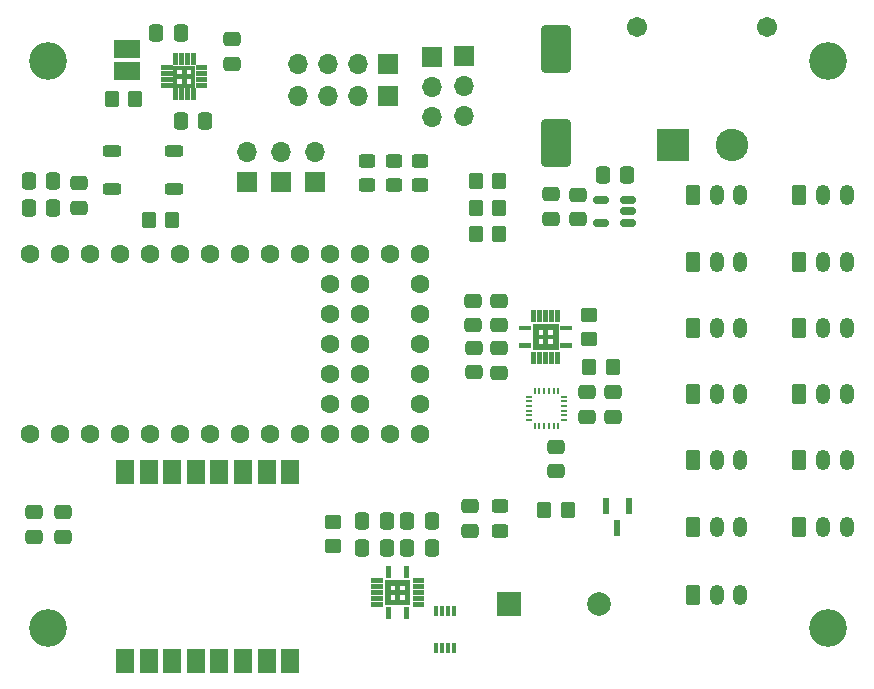
<source format=gbr>
%TF.GenerationSoftware,KiCad,Pcbnew,8.0.8*%
%TF.CreationDate,2025-01-26T21:38:22+07:00*%
%TF.ProjectId,Teensy4.0,5465656e-7379-4342-9e30-2e6b69636164,rev?*%
%TF.SameCoordinates,Original*%
%TF.FileFunction,Soldermask,Top*%
%TF.FilePolarity,Negative*%
%FSLAX46Y46*%
G04 Gerber Fmt 4.6, Leading zero omitted, Abs format (unit mm)*
G04 Created by KiCad (PCBNEW 8.0.8) date 2025-01-26 21:38:22*
%MOMM*%
%LPD*%
G01*
G04 APERTURE LIST*
G04 Aperture macros list*
%AMRoundRect*
0 Rectangle with rounded corners*
0 $1 Rounding radius*
0 $2 $3 $4 $5 $6 $7 $8 $9 X,Y pos of 4 corners*
0 Add a 4 corners polygon primitive as box body*
4,1,4,$2,$3,$4,$5,$6,$7,$8,$9,$2,$3,0*
0 Add four circle primitives for the rounded corners*
1,1,$1+$1,$2,$3*
1,1,$1+$1,$4,$5*
1,1,$1+$1,$6,$7*
1,1,$1+$1,$8,$9*
0 Add four rect primitives between the rounded corners*
20,1,$1+$1,$2,$3,$4,$5,0*
20,1,$1+$1,$4,$5,$6,$7,0*
20,1,$1+$1,$6,$7,$8,$9,0*
20,1,$1+$1,$8,$9,$2,$3,0*%
G04 Aperture macros list end*
%ADD10C,0.000000*%
%ADD11C,1.600000*%
%ADD12R,0.300000X0.850000*%
%ADD13RoundRect,0.250000X-0.350000X-0.625000X0.350000X-0.625000X0.350000X0.625000X-0.350000X0.625000X0*%
%ADD14O,1.200000X1.750000*%
%ADD15R,2.000000X2.000000*%
%ADD16C,2.000000*%
%ADD17C,3.200000*%
%ADD18RoundRect,0.250000X0.475000X-0.337500X0.475000X0.337500X-0.475000X0.337500X-0.475000X-0.337500X0*%
%ADD19R,1.700000X1.700000*%
%ADD20O,1.700000X1.700000*%
%ADD21RoundRect,0.250000X-0.475000X0.337500X-0.475000X-0.337500X0.475000X-0.337500X0.475000X0.337500X0*%
%ADD22RoundRect,0.250000X0.350000X0.450000X-0.350000X0.450000X-0.350000X-0.450000X0.350000X-0.450000X0*%
%ADD23RoundRect,0.250000X0.450000X-0.325000X0.450000X0.325000X-0.450000X0.325000X-0.450000X-0.325000X0*%
%ADD24RoundRect,0.250000X-0.350000X-0.450000X0.350000X-0.450000X0.350000X0.450000X-0.350000X0.450000X0*%
%ADD25RoundRect,0.250000X-0.337500X-0.475000X0.337500X-0.475000X0.337500X0.475000X-0.337500X0.475000X0*%
%ADD26RoundRect,0.250000X0.337500X0.475000X-0.337500X0.475000X-0.337500X-0.475000X0.337500X-0.475000X0*%
%ADD27RoundRect,0.050000X-0.225000X-0.050000X0.225000X-0.050000X0.225000X0.050000X-0.225000X0.050000X0*%
%ADD28RoundRect,0.050000X0.050000X-0.225000X0.050000X0.225000X-0.050000X0.225000X-0.050000X-0.225000X0*%
%ADD29RoundRect,0.250000X1.000000X-1.750000X1.000000X1.750000X-1.000000X1.750000X-1.000000X-1.750000X0*%
%ADD30R,0.280000X0.850000*%
%ADD31R,0.850000X0.280000*%
%ADD32RoundRect,0.250000X0.450000X-0.350000X0.450000X0.350000X-0.450000X0.350000X-0.450000X-0.350000X0*%
%ADD33R,1.500000X2.000000*%
%ADD34R,2.260600X1.498600*%
%ADD35RoundRect,0.250000X-0.450000X0.350000X-0.450000X-0.350000X0.450000X-0.350000X0.450000X0.350000X0*%
%ADD36RoundRect,0.250000X0.525000X0.250000X-0.525000X0.250000X-0.525000X-0.250000X0.525000X-0.250000X0*%
%ADD37RoundRect,0.150000X0.512500X0.150000X-0.512500X0.150000X-0.512500X-0.150000X0.512500X-0.150000X0*%
%ADD38C,2.754000*%
%ADD39RoundRect,0.102000X-1.275000X-1.275000X1.275000X-1.275000X1.275000X1.275000X-1.275000X1.275000X0*%
%ADD40C,1.712000*%
%ADD41R,0.558800X1.422400*%
G04 APERTURE END LIST*
D10*
%TO.C,U3*%
G36*
X137313443Y-118240953D02*
G01*
X136323556Y-118240953D01*
X136323556Y-117821046D01*
X137313443Y-117821046D01*
X137313443Y-118240953D01*
G37*
G36*
X137313443Y-118740955D02*
G01*
X136323556Y-118740955D01*
X136323556Y-118321047D01*
X137313443Y-118321047D01*
X137313443Y-118740955D01*
G37*
G36*
X137313443Y-119240954D02*
G01*
X136323556Y-119240954D01*
X136323556Y-118821046D01*
X137313443Y-118821046D01*
X137313443Y-119240954D01*
G37*
G36*
X137313443Y-119740953D02*
G01*
X136323556Y-119740953D01*
X136323556Y-119321045D01*
X137313443Y-119321045D01*
X137313443Y-119740953D01*
G37*
G36*
X137313443Y-120240954D02*
G01*
X136323556Y-120240954D01*
X136323556Y-119821047D01*
X137313443Y-119821047D01*
X137313443Y-120240954D01*
G37*
G36*
X137993799Y-120119500D02*
G01*
X137498999Y-120119500D01*
X137498999Y-117942500D01*
X137993799Y-117942500D01*
X137993799Y-120119500D01*
G37*
G36*
X139675999Y-118437300D02*
G01*
X137498999Y-118437300D01*
X137498999Y-117942500D01*
X139675999Y-117942500D01*
X139675999Y-118437300D01*
G37*
G36*
X139675999Y-119224700D02*
G01*
X137498999Y-119224700D01*
X137498999Y-118837300D01*
X139675999Y-118837300D01*
X139675999Y-119224700D01*
G37*
G36*
X139675999Y-120119500D02*
G01*
X137498999Y-120119500D01*
X137498999Y-119624700D01*
X139675999Y-119624700D01*
X139675999Y-120119500D01*
G37*
G36*
X138047452Y-117794942D02*
G01*
X137627544Y-117794942D01*
X137627544Y-116805058D01*
X138047452Y-116805058D01*
X138047452Y-117794942D01*
G37*
G36*
X138047452Y-121256942D02*
G01*
X137627544Y-121256942D01*
X137627544Y-120267058D01*
X138047452Y-120267058D01*
X138047452Y-121256942D01*
G37*
G36*
X138781199Y-120119500D02*
G01*
X138393799Y-120119500D01*
X138393799Y-117942500D01*
X138781199Y-117942500D01*
X138781199Y-120119500D01*
G37*
G36*
X139547454Y-117794942D02*
G01*
X139127546Y-117794942D01*
X139127546Y-116805058D01*
X139547454Y-116805058D01*
X139547454Y-117794942D01*
G37*
G36*
X139547454Y-121256942D02*
G01*
X139127546Y-121256942D01*
X139127546Y-120267058D01*
X139547454Y-120267058D01*
X139547454Y-121256942D01*
G37*
G36*
X139675999Y-120119500D02*
G01*
X139181199Y-120119500D01*
X139181199Y-117942500D01*
X139675999Y-117942500D01*
X139675999Y-120119500D01*
G37*
G36*
X140851442Y-118240953D02*
G01*
X139861555Y-118240953D01*
X139861555Y-117821046D01*
X140851442Y-117821046D01*
X140851442Y-118240953D01*
G37*
G36*
X140851442Y-118740955D02*
G01*
X139861555Y-118740955D01*
X139861555Y-118321047D01*
X140851442Y-118321047D01*
X140851442Y-118740955D01*
G37*
G36*
X140851442Y-119240954D02*
G01*
X139861555Y-119240954D01*
X139861555Y-118821046D01*
X140851442Y-118821046D01*
X140851442Y-119240954D01*
G37*
G36*
X140851442Y-119740953D02*
G01*
X139861555Y-119740953D01*
X139861555Y-119321045D01*
X140851442Y-119321045D01*
X140851442Y-119740953D01*
G37*
G36*
X140851442Y-120240954D02*
G01*
X139861555Y-120240954D01*
X139861555Y-119821047D01*
X140851442Y-119821047D01*
X140851442Y-120240954D01*
G37*
%TO.C,U7*%
G36*
X149894942Y-96834952D02*
G01*
X148905058Y-96834952D01*
X148905058Y-96415044D01*
X149894942Y-96415044D01*
X149894942Y-96834952D01*
G37*
G36*
X149894942Y-98334954D02*
G01*
X148905058Y-98334954D01*
X148905058Y-97915046D01*
X149894942Y-97915046D01*
X149894942Y-98334954D01*
G37*
G36*
X150340953Y-96100943D02*
G01*
X149921046Y-96100943D01*
X149921046Y-95111056D01*
X150340953Y-95111056D01*
X150340953Y-96100943D01*
G37*
G36*
X150340953Y-99638942D02*
G01*
X149921046Y-99638942D01*
X149921046Y-98649055D01*
X150340953Y-98649055D01*
X150340953Y-99638942D01*
G37*
G36*
X152219500Y-96781299D02*
G01*
X150042500Y-96781299D01*
X150042500Y-96286499D01*
X152219500Y-96286499D01*
X152219500Y-96781299D01*
G37*
G36*
X152219500Y-97568699D02*
G01*
X150042500Y-97568699D01*
X150042500Y-97181299D01*
X152219500Y-97181299D01*
X152219500Y-97568699D01*
G37*
G36*
X150537300Y-98463499D02*
G01*
X150042500Y-98463499D01*
X150042500Y-96286499D01*
X150537300Y-96286499D01*
X150537300Y-98463499D01*
G37*
G36*
X152219500Y-98463499D02*
G01*
X150042500Y-98463499D01*
X150042500Y-97968699D01*
X152219500Y-97968699D01*
X152219500Y-98463499D01*
G37*
G36*
X150840955Y-96100943D02*
G01*
X150421047Y-96100943D01*
X150421047Y-95111056D01*
X150840955Y-95111056D01*
X150840955Y-96100943D01*
G37*
G36*
X150840955Y-99638942D02*
G01*
X150421047Y-99638942D01*
X150421047Y-98649055D01*
X150840955Y-98649055D01*
X150840955Y-99638942D01*
G37*
G36*
X151340954Y-96100943D02*
G01*
X150921046Y-96100943D01*
X150921046Y-95111056D01*
X151340954Y-95111056D01*
X151340954Y-96100943D01*
G37*
G36*
X151340954Y-99638942D02*
G01*
X150921046Y-99638942D01*
X150921046Y-98649055D01*
X151340954Y-98649055D01*
X151340954Y-99638942D01*
G37*
G36*
X151324700Y-98463499D02*
G01*
X150937300Y-98463499D01*
X150937300Y-96286499D01*
X151324700Y-96286499D01*
X151324700Y-98463499D01*
G37*
G36*
X151840953Y-96100943D02*
G01*
X151421045Y-96100943D01*
X151421045Y-95111056D01*
X151840953Y-95111056D01*
X151840953Y-96100943D01*
G37*
G36*
X151840953Y-99638942D02*
G01*
X151421045Y-99638942D01*
X151421045Y-98649055D01*
X151840953Y-98649055D01*
X151840953Y-99638942D01*
G37*
G36*
X152219500Y-98463499D02*
G01*
X151724700Y-98463499D01*
X151724700Y-96286499D01*
X152219500Y-96286499D01*
X152219500Y-98463499D01*
G37*
G36*
X152340954Y-96100943D02*
G01*
X151921047Y-96100943D01*
X151921047Y-95111056D01*
X152340954Y-95111056D01*
X152340954Y-96100943D01*
G37*
G36*
X152340954Y-99638942D02*
G01*
X151921047Y-99638942D01*
X151921047Y-98649055D01*
X152340954Y-98649055D01*
X152340954Y-99638942D01*
G37*
G36*
X153356942Y-96834952D02*
G01*
X152367058Y-96834952D01*
X152367058Y-96415044D01*
X153356942Y-96415044D01*
X153356942Y-96834952D01*
G37*
G36*
X153356942Y-98334954D02*
G01*
X152367058Y-98334954D01*
X152367058Y-97915046D01*
X153356942Y-97915046D01*
X153356942Y-98334954D01*
G37*
%TO.C,U4*%
G36*
X119543377Y-74809598D02*
G01*
X118554186Y-74809598D01*
X118554186Y-74390404D01*
X119543377Y-74390404D01*
X119543377Y-74809598D01*
G37*
G36*
X119543377Y-75309597D02*
G01*
X118554186Y-75309597D01*
X118554186Y-74890406D01*
X119543377Y-74890406D01*
X119543377Y-75309597D01*
G37*
G36*
X119543377Y-75809596D02*
G01*
X118554186Y-75809596D01*
X118554186Y-75390405D01*
X119543377Y-75390405D01*
X119543377Y-75809596D01*
G37*
G36*
X119543377Y-76309598D02*
G01*
X118554186Y-76309598D01*
X118554186Y-75890404D01*
X119543377Y-75890404D01*
X119543377Y-76309598D01*
G37*
G36*
X119983188Y-74369597D02*
G01*
X119563996Y-74369597D01*
X119563996Y-73380406D01*
X119983188Y-73380406D01*
X119983188Y-74369597D01*
G37*
G36*
X119983188Y-77319596D02*
G01*
X119563996Y-77319596D01*
X119563996Y-76330405D01*
X119983188Y-76330405D01*
X119983188Y-77319596D01*
G37*
G36*
X119930081Y-76263501D02*
G01*
X119610281Y-76263501D01*
X119610281Y-74436501D01*
X119930081Y-74436501D01*
X119930081Y-76263501D01*
G37*
G36*
X121437281Y-74756301D02*
G01*
X119610281Y-74756301D01*
X119610281Y-74436501D01*
X121437281Y-74436501D01*
X121437281Y-74756301D01*
G37*
G36*
X121437281Y-75543701D02*
G01*
X119610281Y-75543701D01*
X119610281Y-75156301D01*
X121437281Y-75156301D01*
X121437281Y-75543701D01*
G37*
G36*
X121437281Y-76263501D02*
G01*
X119610281Y-76263501D01*
X119610281Y-75943701D01*
X121437281Y-75943701D01*
X121437281Y-76263501D01*
G37*
G36*
X120483314Y-74369597D02*
G01*
X120064122Y-74369597D01*
X120064122Y-73380406D01*
X120483314Y-73380406D01*
X120483314Y-74369597D01*
G37*
G36*
X120483314Y-77319596D02*
G01*
X120064122Y-77319596D01*
X120064122Y-76330405D01*
X120483314Y-76330405D01*
X120483314Y-77319596D01*
G37*
G36*
X120983440Y-74369597D02*
G01*
X120564248Y-74369597D01*
X120564248Y-73380406D01*
X120983440Y-73380406D01*
X120983440Y-74369597D01*
G37*
G36*
X120983440Y-77319596D02*
G01*
X120564248Y-77319596D01*
X120564248Y-76330405D01*
X120983440Y-76330405D01*
X120983440Y-77319596D01*
G37*
G36*
X120717481Y-76263501D02*
G01*
X120330081Y-76263501D01*
X120330081Y-74436501D01*
X120717481Y-74436501D01*
X120717481Y-76263501D01*
G37*
G36*
X121483566Y-74369597D02*
G01*
X121064374Y-74369597D01*
X121064374Y-73380406D01*
X121483566Y-73380406D01*
X121483566Y-74369597D01*
G37*
G36*
X121483566Y-77319596D02*
G01*
X121064374Y-77319596D01*
X121064374Y-76330405D01*
X121483566Y-76330405D01*
X121483566Y-77319596D01*
G37*
G36*
X121437281Y-76263501D02*
G01*
X121117481Y-76263501D01*
X121117481Y-74436501D01*
X121437281Y-74436501D01*
X121437281Y-76263501D01*
G37*
G36*
X122493376Y-74809598D02*
G01*
X121504185Y-74809598D01*
X121504185Y-74390404D01*
X122493376Y-74390404D01*
X122493376Y-74809598D01*
G37*
G36*
X122493376Y-75309597D02*
G01*
X121504185Y-75309597D01*
X121504185Y-74890406D01*
X122493376Y-74890406D01*
X122493376Y-75309597D01*
G37*
G36*
X122493376Y-75809596D02*
G01*
X121504185Y-75809596D01*
X121504185Y-75390405D01*
X122493376Y-75390405D01*
X122493376Y-75809596D01*
G37*
G36*
X122493376Y-76309598D02*
G01*
X121504185Y-76309598D01*
X121504185Y-75890404D01*
X122493376Y-75890404D01*
X122493376Y-76309598D01*
G37*
%TD*%
D11*
%TO.C,U1*%
X107490000Y-105620000D03*
X110030000Y-105620000D03*
X112570000Y-105620000D03*
X115110000Y-105620000D03*
X117650000Y-105620000D03*
X120190000Y-105620000D03*
X122730000Y-105620000D03*
X125270000Y-105620000D03*
X127810000Y-105620000D03*
X130350000Y-105620000D03*
X132890000Y-105620000D03*
X135430000Y-105620000D03*
X137970000Y-105620000D03*
X140510000Y-105620000D03*
X140510000Y-103080000D03*
X140510000Y-100540000D03*
X140510000Y-98000000D03*
X140510000Y-95460000D03*
X140510000Y-92920000D03*
X140510000Y-90380000D03*
X137970000Y-90380000D03*
X135430000Y-90380000D03*
X132890000Y-90380000D03*
X130350000Y-90380000D03*
X127810000Y-90380000D03*
X125270000Y-90380000D03*
X122730000Y-90380000D03*
X120190000Y-90380000D03*
X117650000Y-90380000D03*
X115110000Y-90380000D03*
X112570000Y-90380000D03*
X110030000Y-90380000D03*
X107490000Y-90380000D03*
X135430000Y-92920000D03*
X132890000Y-92920000D03*
X135430000Y-95460000D03*
X132890000Y-95460000D03*
X135430000Y-98000000D03*
X132890000Y-98000000D03*
X135430000Y-100540000D03*
X132890000Y-100540000D03*
X135430000Y-103080000D03*
X132890000Y-103080000D03*
%TD*%
D12*
%TO.C,IC2*%
X143350000Y-120550000D03*
X142850000Y-120550000D03*
X142350000Y-120550000D03*
X141850000Y-120550000D03*
X141850000Y-123700000D03*
X142350000Y-123700000D03*
X142850000Y-123700000D03*
X143350000Y-123700000D03*
%TD*%
D13*
%TO.C,servo1*%
X172600000Y-102250000D03*
D14*
X174600000Y-102250000D03*
X176600000Y-102250000D03*
%TD*%
D15*
%TO.C,BZ1*%
X148000000Y-120000000D03*
D16*
X155600000Y-120000000D03*
%TD*%
D17*
%TO.C,H2*%
X175000000Y-74000000D03*
%TD*%
D18*
%TO.C,C24*%
X145000000Y-96400000D03*
X145000000Y-94325000D03*
%TD*%
D19*
%TO.C,J1*%
X137790000Y-74250000D03*
D20*
X135250000Y-74250000D03*
X132710000Y-74250000D03*
X130170000Y-74250000D03*
%TD*%
D21*
%TO.C,C23*%
X147200000Y-94325000D03*
X147200000Y-96400000D03*
%TD*%
D22*
%TO.C,R11*%
X147200000Y-86450000D03*
X145200000Y-86450000D03*
%TD*%
D17*
%TO.C,H1*%
X109000000Y-74000000D03*
%TD*%
D23*
%TO.C,5V*%
X138250000Y-84525000D03*
X138250000Y-82475000D03*
%TD*%
D24*
%TO.C,R1*%
X114373718Y-77225002D03*
X116373718Y-77225002D03*
%TD*%
D22*
%TO.C,R2*%
X156800000Y-99925000D03*
X154800000Y-99925000D03*
%TD*%
D25*
%TO.C,C17*%
X139400000Y-115250000D03*
X141475000Y-115250000D03*
%TD*%
D13*
%TO.C,servo13*%
X172600000Y-96650000D03*
D14*
X174600000Y-96650000D03*
X176600000Y-96650000D03*
%TD*%
D26*
%TO.C,C2*%
X109437500Y-84200000D03*
X107362500Y-84200000D03*
%TD*%
D27*
%TO.C,U6*%
X149700000Y-102425000D03*
X149700000Y-102825000D03*
X149700000Y-103225000D03*
X149700000Y-103625000D03*
X149700000Y-104025000D03*
X149700000Y-104425000D03*
D28*
X150200000Y-104925000D03*
X150600000Y-104925000D03*
X151000000Y-104925000D03*
X151400000Y-104925000D03*
X151800000Y-104925000D03*
X152200000Y-104925000D03*
D27*
X152700000Y-104425000D03*
X152700000Y-104025000D03*
X152700000Y-103625000D03*
X152700000Y-103225000D03*
X152700000Y-102825000D03*
X152700000Y-102425000D03*
D28*
X152200000Y-101925000D03*
X151800000Y-101925000D03*
X151400000Y-101925000D03*
X151000000Y-101925000D03*
X150600000Y-101925000D03*
X150200000Y-101925000D03*
%TD*%
D22*
%TO.C,R13*%
X147200000Y-84200000D03*
X145200000Y-84200000D03*
%TD*%
D25*
%TO.C,C21*%
X135600000Y-115250000D03*
X137675000Y-115250000D03*
%TD*%
D18*
%TO.C,C18*%
X154610000Y-104137500D03*
X154610000Y-102062500D03*
%TD*%
%TO.C,C14*%
X111600000Y-86437500D03*
X111600000Y-84362500D03*
%TD*%
D29*
%TO.C,C13*%
X152000000Y-81000000D03*
X152000000Y-73000000D03*
%TD*%
D18*
%TO.C,C16*%
X145025000Y-100387500D03*
X145025000Y-98312500D03*
%TD*%
D30*
%TO.C,U3*%
X137837498Y-117300000D03*
D31*
X136818498Y-118030999D03*
X136818498Y-118531001D03*
X136818498Y-119031000D03*
X136818498Y-119530999D03*
X136818498Y-120031001D03*
D30*
X137837498Y-120762000D03*
X139337500Y-120762000D03*
D31*
X140356500Y-120031001D03*
X140356500Y-119530999D03*
X140356500Y-119031000D03*
X140356500Y-118531001D03*
X140356500Y-118030999D03*
D30*
X139337500Y-117300000D03*
%TD*%
D22*
%TO.C,R3*%
X147200000Y-88700000D03*
X145200000Y-88700000D03*
%TD*%
D13*
%TO.C,servo11*%
X172600000Y-85400000D03*
D14*
X174600000Y-85400000D03*
X176600000Y-85400000D03*
%TD*%
D32*
%TO.C,R9*%
X133112500Y-115050000D03*
X133112500Y-113050000D03*
%TD*%
D18*
%TO.C,C3*%
X107800000Y-114287500D03*
X107800000Y-112212500D03*
%TD*%
D23*
%TO.C,VCC*%
X140500000Y-84525000D03*
X140500000Y-82475000D03*
%TD*%
D13*
%TO.C,servo5*%
X163600000Y-107800000D03*
D14*
X165600000Y-107800000D03*
X167600000Y-107800000D03*
%TD*%
D13*
%TO.C,servo4*%
X163600000Y-119250000D03*
D14*
X165600000Y-119250000D03*
X167600000Y-119250000D03*
%TD*%
D19*
%TO.C,5V*%
X144250000Y-73630000D03*
D20*
X144250000Y-76170000D03*
X144250000Y-78710000D03*
%TD*%
D18*
%TO.C,C7*%
X152010000Y-108737500D03*
X152010000Y-106662500D03*
%TD*%
D13*
%TO.C,servo2*%
X163600000Y-113450000D03*
D14*
X165600000Y-113450000D03*
X167600000Y-113450000D03*
%TD*%
D18*
%TO.C,C11*%
X151600000Y-87387500D03*
X151600000Y-85312500D03*
%TD*%
D22*
%TO.C,R7*%
X119500000Y-87500000D03*
X117500000Y-87500000D03*
%TD*%
D33*
%TO.C,U2*%
X115500000Y-124800000D03*
X117500000Y-124800000D03*
X119500000Y-124800000D03*
X121500000Y-124800000D03*
X123500000Y-124800000D03*
X125500000Y-124800000D03*
X127500000Y-124800000D03*
X129500000Y-124800000D03*
X129500000Y-108800000D03*
X127500000Y-108800000D03*
X125500000Y-108800000D03*
X123500000Y-108800000D03*
X121500000Y-108800000D03*
X119500000Y-108800000D03*
X117500000Y-108800000D03*
X115500000Y-108800000D03*
%TD*%
D21*
%TO.C,C6*%
X124573718Y-72187502D03*
X124573718Y-74262502D03*
%TD*%
D25*
%TO.C,C20*%
X135600000Y-113000000D03*
X137675000Y-113000000D03*
%TD*%
D24*
%TO.C,R4*%
X151000000Y-112000000D03*
X153000000Y-112000000D03*
%TD*%
D19*
%TO.C,S4*%
X125800000Y-84300000D03*
D20*
X125800000Y-81760000D03*
%TD*%
D26*
%TO.C,C8*%
X158025000Y-83712500D03*
X155950000Y-83712500D03*
%TD*%
D31*
%TO.C,U7*%
X149400000Y-98125000D03*
D30*
X150130999Y-99144000D03*
X150631001Y-99144000D03*
X151131000Y-99144000D03*
X151630999Y-99144000D03*
X152131001Y-99144000D03*
D31*
X152862000Y-98125000D03*
X152862000Y-96624998D03*
D30*
X152131001Y-95605998D03*
X151630999Y-95605998D03*
X151131000Y-95605998D03*
X150631001Y-95605998D03*
X150130999Y-95605998D03*
D31*
X149400000Y-96624998D03*
%TD*%
D13*
%TO.C,servo10*%
X163600000Y-102250000D03*
D14*
X165600000Y-102250000D03*
X167600000Y-102250000D03*
%TD*%
D18*
%TO.C,C15*%
X110250000Y-114287500D03*
X110250000Y-112212500D03*
%TD*%
D34*
%TO.C,L1*%
X115673718Y-72972502D03*
X115673718Y-74877502D03*
%TD*%
D19*
%TO.C,S2*%
X131600000Y-84275000D03*
D20*
X131600000Y-81735000D03*
%TD*%
D17*
%TO.C,H4*%
X175000000Y-122000000D03*
%TD*%
D13*
%TO.C,servo3*%
X163600000Y-96650000D03*
D14*
X165600000Y-96650000D03*
X167600000Y-96650000D03*
%TD*%
D35*
%TO.C,R14*%
X154800000Y-95525000D03*
X154800000Y-97525000D03*
%TD*%
D13*
%TO.C,servo9*%
X172600000Y-91000000D03*
D14*
X174600000Y-91000000D03*
X176600000Y-91000000D03*
%TD*%
D17*
%TO.C,H3*%
X109000000Y-122000000D03*
%TD*%
D36*
%TO.C,button*%
X119625000Y-84850000D03*
X114375000Y-84850000D03*
X119625000Y-81650000D03*
X114375000Y-81650000D03*
%TD*%
D18*
%TO.C,C19*%
X156810000Y-104137500D03*
X156810000Y-102062500D03*
%TD*%
D19*
%TO.C,J2*%
X137790000Y-77000000D03*
D20*
X135250000Y-77000000D03*
X132710000Y-77000000D03*
X130170000Y-77000000D03*
%TD*%
D19*
%TO.C,S3*%
X128700000Y-84300000D03*
D20*
X128700000Y-81760000D03*
%TD*%
D37*
%TO.C,U5*%
X158075000Y-87700000D03*
X158075000Y-86750000D03*
X158075000Y-85800000D03*
X155800000Y-85800000D03*
X155800000Y-87700000D03*
%TD*%
D25*
%TO.C,C5*%
X120236218Y-79125002D03*
X122311218Y-79125002D03*
%TD*%
D38*
%TO.C,Main Power*%
X166900000Y-81105750D03*
D39*
X161900000Y-81105750D03*
D40*
X169900000Y-71105750D03*
X158900000Y-71105750D03*
%TD*%
D23*
%TO.C,D3*%
X147250000Y-113775000D03*
X147250000Y-111725000D03*
%TD*%
D18*
%TO.C,C12*%
X153822500Y-87425000D03*
X153822500Y-85350000D03*
%TD*%
D13*
%TO.C,servo12*%
X163600000Y-91050000D03*
D14*
X165600000Y-91050000D03*
X167600000Y-91050000D03*
%TD*%
D41*
%TO.C,U8*%
X158152500Y-111669600D03*
X156247500Y-111669600D03*
X157200000Y-113600000D03*
%TD*%
D25*
%TO.C,C4*%
X118136218Y-71625002D03*
X120211218Y-71625002D03*
%TD*%
D31*
%TO.C,U4*%
X119048780Y-74600000D03*
X119048780Y-75100001D03*
X119048780Y-75600001D03*
X119048780Y-76100002D03*
D30*
X119773592Y-76825002D03*
X120273718Y-76825002D03*
X120773844Y-76825002D03*
X121273970Y-76825002D03*
D31*
X121998782Y-76100002D03*
X121998782Y-75600001D03*
X121998782Y-75100001D03*
X121998782Y-74600000D03*
D30*
X121273970Y-73875000D03*
X120773844Y-73875000D03*
X120273718Y-73875000D03*
X119773592Y-73875000D03*
%TD*%
D13*
%TO.C,servo8*%
X172600000Y-113450000D03*
D14*
X174600000Y-113450000D03*
X176600000Y-113450000D03*
%TD*%
D25*
%TO.C,C10*%
X139400000Y-113000000D03*
X141475000Y-113000000D03*
%TD*%
D21*
%TO.C,C22*%
X147200000Y-98325000D03*
X147200000Y-100400000D03*
%TD*%
D26*
%TO.C,C1*%
X109437500Y-86450000D03*
X107362500Y-86450000D03*
%TD*%
D18*
%TO.C,C9*%
X144750000Y-113787500D03*
X144750000Y-111712500D03*
%TD*%
D13*
%TO.C,servo6*%
X163600000Y-85400000D03*
D14*
X165600000Y-85400000D03*
X167600000Y-85400000D03*
%TD*%
D13*
%TO.C,servo7*%
X172600000Y-107800000D03*
D14*
X174600000Y-107800000D03*
X176600000Y-107800000D03*
%TD*%
D23*
%TO.C,3V*%
X136000000Y-84525000D03*
X136000000Y-82475000D03*
%TD*%
D19*
%TO.C,GND*%
X141500000Y-73670000D03*
D20*
X141500000Y-76210000D03*
X141500000Y-78750000D03*
%TD*%
M02*

</source>
